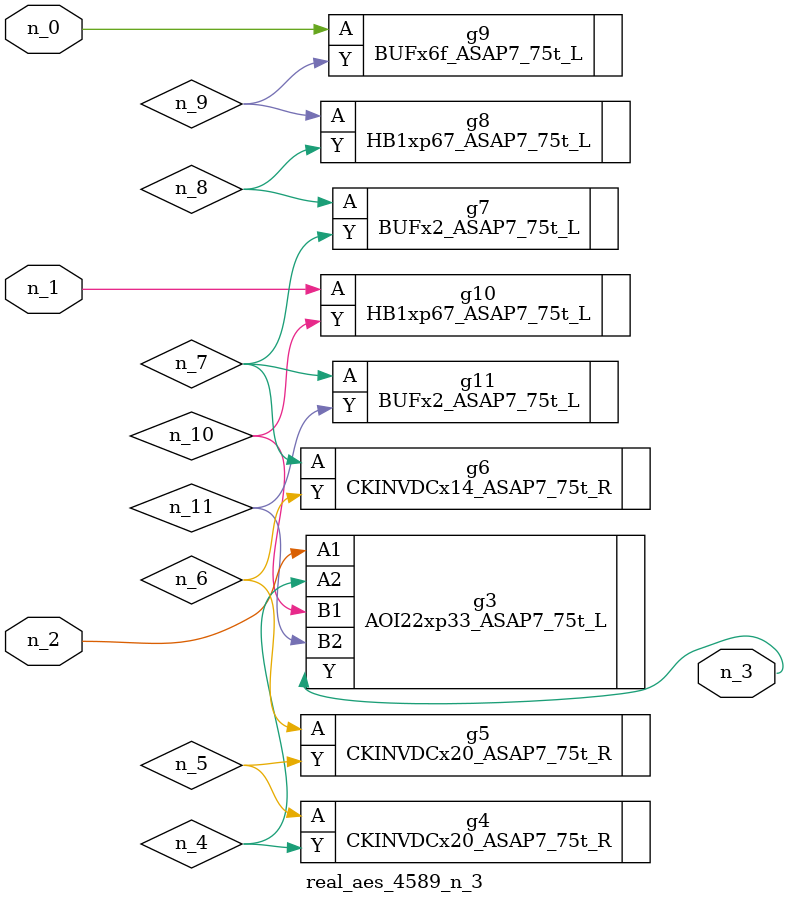
<source format=v>
module real_aes_4589_n_3 (n_0, n_2, n_1, n_3);
input n_0;
input n_2;
input n_1;
output n_3;
wire n_4;
wire n_5;
wire n_7;
wire n_8;
wire n_6;
wire n_9;
wire n_10;
wire n_11;
BUFx6f_ASAP7_75t_L g9 ( .A(n_0), .Y(n_9) );
HB1xp67_ASAP7_75t_L g10 ( .A(n_1), .Y(n_10) );
AOI22xp33_ASAP7_75t_L g3 ( .A1(n_2), .A2(n_4), .B1(n_10), .B2(n_11), .Y(n_3) );
CKINVDCx20_ASAP7_75t_R g4 ( .A(n_5), .Y(n_4) );
CKINVDCx20_ASAP7_75t_R g5 ( .A(n_6), .Y(n_5) );
CKINVDCx14_ASAP7_75t_R g6 ( .A(n_7), .Y(n_6) );
BUFx2_ASAP7_75t_L g11 ( .A(n_7), .Y(n_11) );
BUFx2_ASAP7_75t_L g7 ( .A(n_8), .Y(n_7) );
HB1xp67_ASAP7_75t_L g8 ( .A(n_9), .Y(n_8) );
endmodule
</source>
